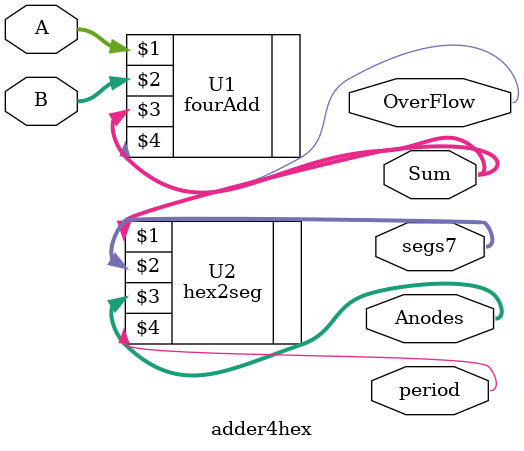
<source format=v>
`timescale 1ns / 1ps
module adder4hex(
    input [3:0] A,
    input [3:0] B,
    output [3:0] Sum,
    output OverFlow,
    output [6:0] segs7,
    output [3:0] Anodes,
	 output period
    );

fourAdd U1(A,B,Sum,OverFlow);

hex2seg U2(Sum,segs7,Anodes,period);

endmodule

</source>
